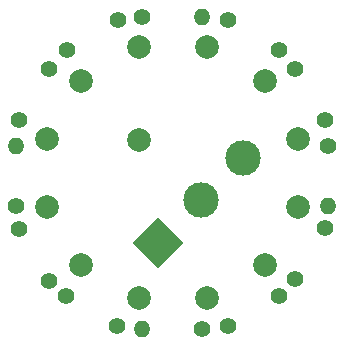
<source format=gbr>
%TF.GenerationSoftware,KiCad,Pcbnew,7.0.6*%
%TF.CreationDate,2023-09-19T17:09:16+08:00*%
%TF.ProjectId,Control Panel Selector Switch Board,436f6e74-726f-46c2-9050-616e656c2053,rev?*%
%TF.SameCoordinates,Original*%
%TF.FileFunction,Soldermask,Top*%
%TF.FilePolarity,Negative*%
%FSLAX46Y46*%
G04 Gerber Fmt 4.6, Leading zero omitted, Abs format (unit mm)*
G04 Created by KiCad (PCBNEW 7.0.6) date 2023-09-19 17:09:16*
%MOMM*%
%LPD*%
G01*
G04 APERTURE LIST*
G04 Aperture macros list*
%AMHorizOval*
0 Thick line with rounded ends*
0 $1 width*
0 $2 $3 position (X,Y) of the first rounded end (center of the circle)*
0 $4 $5 position (X,Y) of the second rounded end (center of the circle)*
0 Add line between two ends*
20,1,$1,$2,$3,$4,$5,0*
0 Add two circle primitives to create the rounded ends*
1,1,$1,$2,$3*
1,1,$1,$4,$5*%
%AMRotRect*
0 Rectangle, with rotation*
0 The origin of the aperture is its center*
0 $1 length*
0 $2 width*
0 $3 Rotation angle, in degrees counterclockwise*
0 Add horizontal line*
21,1,$1,$2,0,0,$3*%
G04 Aperture macros list end*
%ADD10O,1.400000X1.400000*%
%ADD11C,1.400000*%
%ADD12HorizOval,1.400000X0.000000X0.000000X0.000000X0.000000X0*%
%ADD13HorizOval,1.400000X0.000000X0.000000X0.000000X0.000000X0*%
%ADD14HorizOval,1.400000X0.000000X0.000000X0.000000X0.000000X0*%
%ADD15HorizOval,1.400000X0.000000X0.000000X0.000000X0.000000X0*%
%ADD16HorizOval,1.400000X0.000000X0.000000X0.000000X0.000000X0*%
%ADD17HorizOval,1.400000X0.000000X0.000000X0.000000X0.000000X0*%
%ADD18HorizOval,1.400000X0.000000X0.000000X0.000000X0.000000X0*%
%ADD19HorizOval,1.400000X0.000000X0.000000X0.000000X0.000000X0*%
%ADD20C,2.000000*%
%ADD21C,3.000000*%
%ADD22RotRect,3.000000X3.000000X45.000000*%
G04 APERTURE END LIST*
D10*
%TO.C,R1*%
X1524000Y-12700000D03*
D11*
X1524000Y-17780000D03*
%TD*%
%TO.C,R2*%
X1778000Y-10581705D03*
D12*
X4318000Y-6182296D03*
%TD*%
D11*
%TO.C,R3*%
X5760591Y-4572000D03*
D13*
X10160000Y-2032000D03*
%TD*%
D11*
%TO.C,R4*%
X12192000Y-1778000D03*
D10*
X17272000Y-1778000D03*
%TD*%
D11*
%TO.C,R5*%
X19390296Y-2032000D03*
D14*
X23789705Y-4572000D03*
%TD*%
D11*
%TO.C,R6*%
X25146000Y-6182296D03*
D15*
X27686000Y-10581705D03*
%TD*%
D11*
%TO.C,R7*%
X27940000Y-12700000D03*
D10*
X27940000Y-17780000D03*
%TD*%
D11*
%TO.C,R8*%
X27686000Y-19644296D03*
D16*
X25146000Y-24043705D03*
%TD*%
D17*
%TO.C,R9*%
X19390296Y-27940000D03*
D11*
X23789705Y-25400000D03*
%TD*%
D10*
%TO.C,R10*%
X12192000Y-28194000D03*
D11*
X17272000Y-28194000D03*
%TD*%
%TO.C,R11*%
X10073705Y-27940000D03*
D18*
X5674296Y-25400000D03*
%TD*%
D19*
%TO.C,R12*%
X1778000Y-19730591D03*
D11*
X4318000Y-24130000D03*
%TD*%
D20*
%TO.C,J6*%
X25391610Y-12173419D03*
%TD*%
%TO.C,J3*%
X11919418Y-4395244D03*
%TD*%
%TO.C,J9*%
X17613436Y-25645610D03*
%TD*%
%TO.C,J4*%
X17613437Y-4395244D03*
%TD*%
%TO.C,J11*%
X6988252Y-22798603D03*
%TD*%
%TO.C,J10*%
X11919418Y-25645612D03*
%TD*%
%TO.C,J2*%
X6988251Y-7242253D03*
%TD*%
%TO.C,J12*%
X4141244Y-17867437D03*
%TD*%
%TO.C,J13*%
X11938000Y-12192000D03*
%TD*%
%TO.C,J5*%
X22544601Y-7242252D03*
%TD*%
%TO.C,J1*%
X4141243Y-12173417D03*
%TD*%
%TO.C,J7*%
X25391611Y-17867437D03*
%TD*%
%TO.C,J8*%
X22544602Y-22798602D03*
%TD*%
D21*
%TO.C,J14*%
X20724338Y-13743077D03*
X17132235Y-17335180D03*
D22*
X13540133Y-20927282D03*
%TD*%
M02*

</source>
